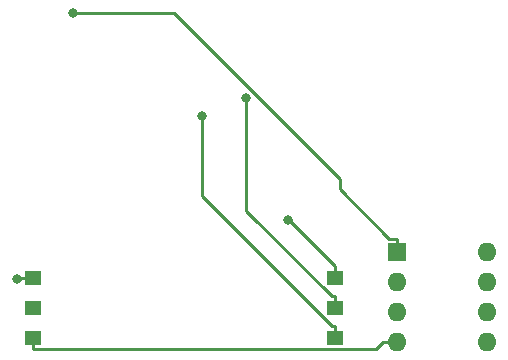
<source format=gbr>
G04 #@! TF.GenerationSoftware,KiCad,Pcbnew,5.1.5+dfsg1-2build2*
G04 #@! TF.CreationDate,2021-12-20T12:08:05-03:00*
G04 #@! TF.ProjectId,prueba,70727565-6261-42e6-9b69-6361645f7063,rev?*
G04 #@! TF.SameCoordinates,Original*
G04 #@! TF.FileFunction,Copper,L1,Top*
G04 #@! TF.FilePolarity,Positive*
%FSLAX46Y46*%
G04 Gerber Fmt 4.6, Leading zero omitted, Abs format (unit mm)*
G04 Created by KiCad (PCBNEW 5.1.5+dfsg1-2build2) date 2021-12-20 12:08:05*
%MOMM*%
%LPD*%
G04 APERTURE LIST*
%ADD10O,1.600000X1.600000*%
%ADD11R,1.600000X1.600000*%
%ADD12R,1.400000X1.300000*%
%ADD13C,0.800000*%
%ADD14C,0.250000*%
G04 APERTURE END LIST*
D10*
X150620000Y-75000000D03*
X143000000Y-82620000D03*
X150620000Y-77540000D03*
X143000000Y-80080000D03*
X150620000Y-80080000D03*
X143000000Y-77540000D03*
X150620000Y-82620000D03*
D11*
X143000000Y-75000000D03*
D12*
X137770000Y-77190000D03*
X137770000Y-79730000D03*
X137770000Y-82270000D03*
X112230000Y-77190000D03*
X112230000Y-79730000D03*
X112230000Y-82270000D03*
D13*
X133785300Y-72282000D03*
X130270000Y-61928900D03*
X126476400Y-63508300D03*
X110834700Y-77268500D03*
X115613800Y-54759800D03*
D14*
X137770000Y-76214700D02*
X133837300Y-72282000D01*
X133837300Y-72282000D02*
X133785300Y-72282000D01*
X137770000Y-77190000D02*
X137770000Y-76214700D01*
X137770000Y-78754700D02*
X137495700Y-78754700D01*
X137495700Y-78754700D02*
X130270000Y-71529000D01*
X130270000Y-71529000D02*
X130270000Y-61928900D01*
X137770000Y-79730000D02*
X137770000Y-78754700D01*
X137770000Y-81294700D02*
X137495700Y-81294700D01*
X137495700Y-81294700D02*
X126476400Y-70275400D01*
X126476400Y-70275400D02*
X126476400Y-63508300D01*
X137770000Y-82270000D02*
X137770000Y-81294700D01*
X111204700Y-77190000D02*
X111126200Y-77268500D01*
X111126200Y-77268500D02*
X110834700Y-77268500D01*
X112230000Y-77190000D02*
X111204700Y-77190000D01*
X143000000Y-75000000D02*
X143000000Y-73874700D01*
X115613800Y-54759800D02*
X124168300Y-54759800D01*
X124168300Y-54759800D02*
X138220400Y-68811900D01*
X138220400Y-68811900D02*
X138220400Y-69710500D01*
X138220400Y-69710500D02*
X142384600Y-73874700D01*
X142384600Y-73874700D02*
X143000000Y-73874700D01*
X112230000Y-82270000D02*
X112230000Y-83245300D01*
X143000000Y-82620000D02*
X141874700Y-82620000D01*
X141874700Y-82620000D02*
X141249400Y-83245300D01*
X141249400Y-83245300D02*
X112230000Y-83245300D01*
M02*

</source>
